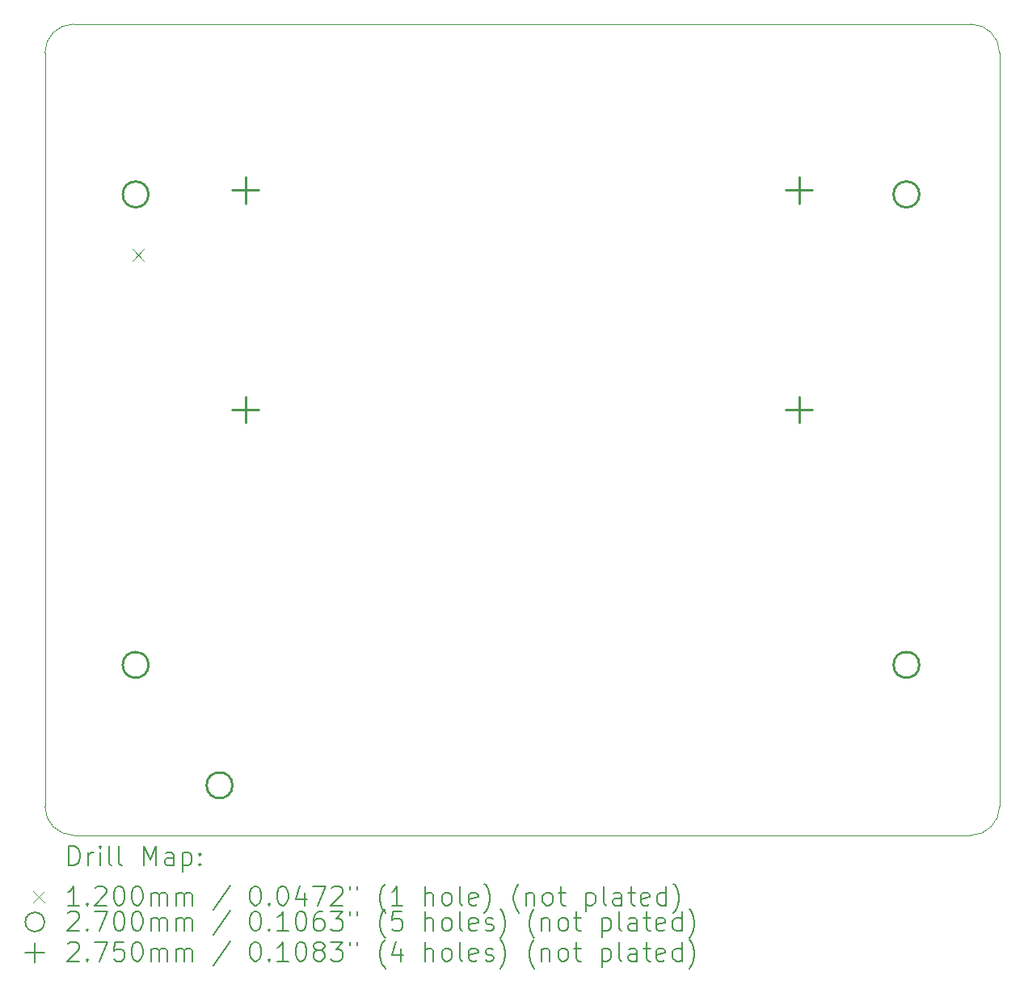
<source format=gbr>
%FSLAX45Y45*%
G04 Gerber Fmt 4.5, Leading zero omitted, Abs format (unit mm)*
G04 Created by KiCad (PCBNEW (6.0.4-0)) date 2022-04-04 15:41:06*
%MOMM*%
%LPD*%
G01*
G04 APERTURE LIST*
%TA.AperFunction,Profile*%
%ADD10C,0.100000*%
%TD*%
%ADD11C,0.200000*%
%ADD12C,0.120000*%
%ADD13C,0.270000*%
%ADD14C,0.275000*%
G04 APERTURE END LIST*
D10*
X10300000Y-4850000D02*
G75*
G03*
X10000000Y-5150000I0J-300000D01*
G01*
X20000000Y-5150000D02*
G75*
G03*
X19700000Y-4850000I-300000J0D01*
G01*
X10300000Y-4850000D02*
X19700000Y-4850000D01*
X10000000Y-13050000D02*
G75*
G03*
X10300000Y-13350000I300000J0D01*
G01*
X20000000Y-5150000D02*
X20000000Y-13050000D01*
X19700000Y-13350000D02*
G75*
G03*
X20000000Y-13050000I0J300000D01*
G01*
X19700000Y-13350000D02*
X10300000Y-13350000D01*
X10000000Y-13050000D02*
X10000000Y-5150000D01*
D11*
D12*
X10916000Y-7209500D02*
X11036000Y-7329500D01*
X11036000Y-7209500D02*
X10916000Y-7329500D01*
D13*
X11085000Y-6635000D02*
G75*
G03*
X11085000Y-6635000I-135000J0D01*
G01*
X11085000Y-11565000D02*
G75*
G03*
X11085000Y-11565000I-135000J0D01*
G01*
X11964000Y-12827000D02*
G75*
G03*
X11964000Y-12827000I-135000J0D01*
G01*
X19160000Y-6635000D02*
G75*
G03*
X19160000Y-6635000I-135000J0D01*
G01*
X19160000Y-11565000D02*
G75*
G03*
X19160000Y-11565000I-135000J0D01*
G01*
D14*
X12100000Y-6452500D02*
X12100000Y-6727500D01*
X11962500Y-6590000D02*
X12237500Y-6590000D01*
X12100000Y-8752500D02*
X12100000Y-9027500D01*
X11962500Y-8890000D02*
X12237500Y-8890000D01*
X17900000Y-6452500D02*
X17900000Y-6727500D01*
X17762500Y-6590000D02*
X18037500Y-6590000D01*
X17900000Y-8752500D02*
X17900000Y-9027500D01*
X17762500Y-8890000D02*
X18037500Y-8890000D01*
D11*
X10252619Y-13665476D02*
X10252619Y-13465476D01*
X10300238Y-13465476D01*
X10328810Y-13475000D01*
X10347857Y-13494048D01*
X10357381Y-13513095D01*
X10366905Y-13551190D01*
X10366905Y-13579762D01*
X10357381Y-13617857D01*
X10347857Y-13636905D01*
X10328810Y-13655952D01*
X10300238Y-13665476D01*
X10252619Y-13665476D01*
X10452619Y-13665476D02*
X10452619Y-13532143D01*
X10452619Y-13570238D02*
X10462143Y-13551190D01*
X10471667Y-13541667D01*
X10490714Y-13532143D01*
X10509762Y-13532143D01*
X10576429Y-13665476D02*
X10576429Y-13532143D01*
X10576429Y-13465476D02*
X10566905Y-13475000D01*
X10576429Y-13484524D01*
X10585952Y-13475000D01*
X10576429Y-13465476D01*
X10576429Y-13484524D01*
X10700238Y-13665476D02*
X10681190Y-13655952D01*
X10671667Y-13636905D01*
X10671667Y-13465476D01*
X10805000Y-13665476D02*
X10785952Y-13655952D01*
X10776429Y-13636905D01*
X10776429Y-13465476D01*
X11033571Y-13665476D02*
X11033571Y-13465476D01*
X11100238Y-13608333D01*
X11166905Y-13465476D01*
X11166905Y-13665476D01*
X11347857Y-13665476D02*
X11347857Y-13560714D01*
X11338333Y-13541667D01*
X11319286Y-13532143D01*
X11281190Y-13532143D01*
X11262143Y-13541667D01*
X11347857Y-13655952D02*
X11328809Y-13665476D01*
X11281190Y-13665476D01*
X11262143Y-13655952D01*
X11252619Y-13636905D01*
X11252619Y-13617857D01*
X11262143Y-13598809D01*
X11281190Y-13589286D01*
X11328809Y-13589286D01*
X11347857Y-13579762D01*
X11443095Y-13532143D02*
X11443095Y-13732143D01*
X11443095Y-13541667D02*
X11462143Y-13532143D01*
X11500238Y-13532143D01*
X11519286Y-13541667D01*
X11528809Y-13551190D01*
X11538333Y-13570238D01*
X11538333Y-13627381D01*
X11528809Y-13646428D01*
X11519286Y-13655952D01*
X11500238Y-13665476D01*
X11462143Y-13665476D01*
X11443095Y-13655952D01*
X11624048Y-13646428D02*
X11633571Y-13655952D01*
X11624048Y-13665476D01*
X11614524Y-13655952D01*
X11624048Y-13646428D01*
X11624048Y-13665476D01*
X11624048Y-13541667D02*
X11633571Y-13551190D01*
X11624048Y-13560714D01*
X11614524Y-13551190D01*
X11624048Y-13541667D01*
X11624048Y-13560714D01*
D12*
X9875000Y-13935000D02*
X9995000Y-14055000D01*
X9995000Y-13935000D02*
X9875000Y-14055000D01*
D11*
X10357381Y-14085476D02*
X10243095Y-14085476D01*
X10300238Y-14085476D02*
X10300238Y-13885476D01*
X10281190Y-13914048D01*
X10262143Y-13933095D01*
X10243095Y-13942619D01*
X10443095Y-14066428D02*
X10452619Y-14075952D01*
X10443095Y-14085476D01*
X10433571Y-14075952D01*
X10443095Y-14066428D01*
X10443095Y-14085476D01*
X10528810Y-13904524D02*
X10538333Y-13895000D01*
X10557381Y-13885476D01*
X10605000Y-13885476D01*
X10624048Y-13895000D01*
X10633571Y-13904524D01*
X10643095Y-13923571D01*
X10643095Y-13942619D01*
X10633571Y-13971190D01*
X10519286Y-14085476D01*
X10643095Y-14085476D01*
X10766905Y-13885476D02*
X10785952Y-13885476D01*
X10805000Y-13895000D01*
X10814524Y-13904524D01*
X10824048Y-13923571D01*
X10833571Y-13961667D01*
X10833571Y-14009286D01*
X10824048Y-14047381D01*
X10814524Y-14066428D01*
X10805000Y-14075952D01*
X10785952Y-14085476D01*
X10766905Y-14085476D01*
X10747857Y-14075952D01*
X10738333Y-14066428D01*
X10728810Y-14047381D01*
X10719286Y-14009286D01*
X10719286Y-13961667D01*
X10728810Y-13923571D01*
X10738333Y-13904524D01*
X10747857Y-13895000D01*
X10766905Y-13885476D01*
X10957381Y-13885476D02*
X10976429Y-13885476D01*
X10995476Y-13895000D01*
X11005000Y-13904524D01*
X11014524Y-13923571D01*
X11024048Y-13961667D01*
X11024048Y-14009286D01*
X11014524Y-14047381D01*
X11005000Y-14066428D01*
X10995476Y-14075952D01*
X10976429Y-14085476D01*
X10957381Y-14085476D01*
X10938333Y-14075952D01*
X10928810Y-14066428D01*
X10919286Y-14047381D01*
X10909762Y-14009286D01*
X10909762Y-13961667D01*
X10919286Y-13923571D01*
X10928810Y-13904524D01*
X10938333Y-13895000D01*
X10957381Y-13885476D01*
X11109762Y-14085476D02*
X11109762Y-13952143D01*
X11109762Y-13971190D02*
X11119286Y-13961667D01*
X11138333Y-13952143D01*
X11166905Y-13952143D01*
X11185952Y-13961667D01*
X11195476Y-13980714D01*
X11195476Y-14085476D01*
X11195476Y-13980714D02*
X11205000Y-13961667D01*
X11224048Y-13952143D01*
X11252619Y-13952143D01*
X11271667Y-13961667D01*
X11281190Y-13980714D01*
X11281190Y-14085476D01*
X11376428Y-14085476D02*
X11376428Y-13952143D01*
X11376428Y-13971190D02*
X11385952Y-13961667D01*
X11405000Y-13952143D01*
X11433571Y-13952143D01*
X11452619Y-13961667D01*
X11462143Y-13980714D01*
X11462143Y-14085476D01*
X11462143Y-13980714D02*
X11471667Y-13961667D01*
X11490714Y-13952143D01*
X11519286Y-13952143D01*
X11538333Y-13961667D01*
X11547857Y-13980714D01*
X11547857Y-14085476D01*
X11938333Y-13875952D02*
X11766905Y-14133095D01*
X12195476Y-13885476D02*
X12214524Y-13885476D01*
X12233571Y-13895000D01*
X12243095Y-13904524D01*
X12252619Y-13923571D01*
X12262143Y-13961667D01*
X12262143Y-14009286D01*
X12252619Y-14047381D01*
X12243095Y-14066428D01*
X12233571Y-14075952D01*
X12214524Y-14085476D01*
X12195476Y-14085476D01*
X12176428Y-14075952D01*
X12166905Y-14066428D01*
X12157381Y-14047381D01*
X12147857Y-14009286D01*
X12147857Y-13961667D01*
X12157381Y-13923571D01*
X12166905Y-13904524D01*
X12176428Y-13895000D01*
X12195476Y-13885476D01*
X12347857Y-14066428D02*
X12357381Y-14075952D01*
X12347857Y-14085476D01*
X12338333Y-14075952D01*
X12347857Y-14066428D01*
X12347857Y-14085476D01*
X12481190Y-13885476D02*
X12500238Y-13885476D01*
X12519286Y-13895000D01*
X12528809Y-13904524D01*
X12538333Y-13923571D01*
X12547857Y-13961667D01*
X12547857Y-14009286D01*
X12538333Y-14047381D01*
X12528809Y-14066428D01*
X12519286Y-14075952D01*
X12500238Y-14085476D01*
X12481190Y-14085476D01*
X12462143Y-14075952D01*
X12452619Y-14066428D01*
X12443095Y-14047381D01*
X12433571Y-14009286D01*
X12433571Y-13961667D01*
X12443095Y-13923571D01*
X12452619Y-13904524D01*
X12462143Y-13895000D01*
X12481190Y-13885476D01*
X12719286Y-13952143D02*
X12719286Y-14085476D01*
X12671667Y-13875952D02*
X12624048Y-14018809D01*
X12747857Y-14018809D01*
X12805000Y-13885476D02*
X12938333Y-13885476D01*
X12852619Y-14085476D01*
X13005000Y-13904524D02*
X13014524Y-13895000D01*
X13033571Y-13885476D01*
X13081190Y-13885476D01*
X13100238Y-13895000D01*
X13109762Y-13904524D01*
X13119286Y-13923571D01*
X13119286Y-13942619D01*
X13109762Y-13971190D01*
X12995476Y-14085476D01*
X13119286Y-14085476D01*
X13195476Y-13885476D02*
X13195476Y-13923571D01*
X13271667Y-13885476D02*
X13271667Y-13923571D01*
X13566905Y-14161667D02*
X13557381Y-14152143D01*
X13538333Y-14123571D01*
X13528809Y-14104524D01*
X13519286Y-14075952D01*
X13509762Y-14028333D01*
X13509762Y-13990238D01*
X13519286Y-13942619D01*
X13528809Y-13914048D01*
X13538333Y-13895000D01*
X13557381Y-13866428D01*
X13566905Y-13856905D01*
X13747857Y-14085476D02*
X13633571Y-14085476D01*
X13690714Y-14085476D02*
X13690714Y-13885476D01*
X13671667Y-13914048D01*
X13652619Y-13933095D01*
X13633571Y-13942619D01*
X13985952Y-14085476D02*
X13985952Y-13885476D01*
X14071667Y-14085476D02*
X14071667Y-13980714D01*
X14062143Y-13961667D01*
X14043095Y-13952143D01*
X14014524Y-13952143D01*
X13995476Y-13961667D01*
X13985952Y-13971190D01*
X14195476Y-14085476D02*
X14176428Y-14075952D01*
X14166905Y-14066428D01*
X14157381Y-14047381D01*
X14157381Y-13990238D01*
X14166905Y-13971190D01*
X14176428Y-13961667D01*
X14195476Y-13952143D01*
X14224048Y-13952143D01*
X14243095Y-13961667D01*
X14252619Y-13971190D01*
X14262143Y-13990238D01*
X14262143Y-14047381D01*
X14252619Y-14066428D01*
X14243095Y-14075952D01*
X14224048Y-14085476D01*
X14195476Y-14085476D01*
X14376428Y-14085476D02*
X14357381Y-14075952D01*
X14347857Y-14056905D01*
X14347857Y-13885476D01*
X14528809Y-14075952D02*
X14509762Y-14085476D01*
X14471667Y-14085476D01*
X14452619Y-14075952D01*
X14443095Y-14056905D01*
X14443095Y-13980714D01*
X14452619Y-13961667D01*
X14471667Y-13952143D01*
X14509762Y-13952143D01*
X14528809Y-13961667D01*
X14538333Y-13980714D01*
X14538333Y-13999762D01*
X14443095Y-14018809D01*
X14605000Y-14161667D02*
X14614524Y-14152143D01*
X14633571Y-14123571D01*
X14643095Y-14104524D01*
X14652619Y-14075952D01*
X14662143Y-14028333D01*
X14662143Y-13990238D01*
X14652619Y-13942619D01*
X14643095Y-13914048D01*
X14633571Y-13895000D01*
X14614524Y-13866428D01*
X14605000Y-13856905D01*
X14966905Y-14161667D02*
X14957381Y-14152143D01*
X14938333Y-14123571D01*
X14928809Y-14104524D01*
X14919286Y-14075952D01*
X14909762Y-14028333D01*
X14909762Y-13990238D01*
X14919286Y-13942619D01*
X14928809Y-13914048D01*
X14938333Y-13895000D01*
X14957381Y-13866428D01*
X14966905Y-13856905D01*
X15043095Y-13952143D02*
X15043095Y-14085476D01*
X15043095Y-13971190D02*
X15052619Y-13961667D01*
X15071667Y-13952143D01*
X15100238Y-13952143D01*
X15119286Y-13961667D01*
X15128809Y-13980714D01*
X15128809Y-14085476D01*
X15252619Y-14085476D02*
X15233571Y-14075952D01*
X15224048Y-14066428D01*
X15214524Y-14047381D01*
X15214524Y-13990238D01*
X15224048Y-13971190D01*
X15233571Y-13961667D01*
X15252619Y-13952143D01*
X15281190Y-13952143D01*
X15300238Y-13961667D01*
X15309762Y-13971190D01*
X15319286Y-13990238D01*
X15319286Y-14047381D01*
X15309762Y-14066428D01*
X15300238Y-14075952D01*
X15281190Y-14085476D01*
X15252619Y-14085476D01*
X15376428Y-13952143D02*
X15452619Y-13952143D01*
X15405000Y-13885476D02*
X15405000Y-14056905D01*
X15414524Y-14075952D01*
X15433571Y-14085476D01*
X15452619Y-14085476D01*
X15671667Y-13952143D02*
X15671667Y-14152143D01*
X15671667Y-13961667D02*
X15690714Y-13952143D01*
X15728809Y-13952143D01*
X15747857Y-13961667D01*
X15757381Y-13971190D01*
X15766905Y-13990238D01*
X15766905Y-14047381D01*
X15757381Y-14066428D01*
X15747857Y-14075952D01*
X15728809Y-14085476D01*
X15690714Y-14085476D01*
X15671667Y-14075952D01*
X15881190Y-14085476D02*
X15862143Y-14075952D01*
X15852619Y-14056905D01*
X15852619Y-13885476D01*
X16043095Y-14085476D02*
X16043095Y-13980714D01*
X16033571Y-13961667D01*
X16014524Y-13952143D01*
X15976428Y-13952143D01*
X15957381Y-13961667D01*
X16043095Y-14075952D02*
X16024048Y-14085476D01*
X15976428Y-14085476D01*
X15957381Y-14075952D01*
X15947857Y-14056905D01*
X15947857Y-14037857D01*
X15957381Y-14018809D01*
X15976428Y-14009286D01*
X16024048Y-14009286D01*
X16043095Y-13999762D01*
X16109762Y-13952143D02*
X16185952Y-13952143D01*
X16138333Y-13885476D02*
X16138333Y-14056905D01*
X16147857Y-14075952D01*
X16166905Y-14085476D01*
X16185952Y-14085476D01*
X16328809Y-14075952D02*
X16309762Y-14085476D01*
X16271667Y-14085476D01*
X16252619Y-14075952D01*
X16243095Y-14056905D01*
X16243095Y-13980714D01*
X16252619Y-13961667D01*
X16271667Y-13952143D01*
X16309762Y-13952143D01*
X16328809Y-13961667D01*
X16338333Y-13980714D01*
X16338333Y-13999762D01*
X16243095Y-14018809D01*
X16509762Y-14085476D02*
X16509762Y-13885476D01*
X16509762Y-14075952D02*
X16490714Y-14085476D01*
X16452619Y-14085476D01*
X16433571Y-14075952D01*
X16424048Y-14066428D01*
X16414524Y-14047381D01*
X16414524Y-13990238D01*
X16424048Y-13971190D01*
X16433571Y-13961667D01*
X16452619Y-13952143D01*
X16490714Y-13952143D01*
X16509762Y-13961667D01*
X16585952Y-14161667D02*
X16595476Y-14152143D01*
X16614524Y-14123571D01*
X16624048Y-14104524D01*
X16633571Y-14075952D01*
X16643095Y-14028333D01*
X16643095Y-13990238D01*
X16633571Y-13942619D01*
X16624048Y-13914048D01*
X16614524Y-13895000D01*
X16595476Y-13866428D01*
X16585952Y-13856905D01*
X9995000Y-14259000D02*
G75*
G03*
X9995000Y-14259000I-100000J0D01*
G01*
X10243095Y-14168524D02*
X10252619Y-14159000D01*
X10271667Y-14149476D01*
X10319286Y-14149476D01*
X10338333Y-14159000D01*
X10347857Y-14168524D01*
X10357381Y-14187571D01*
X10357381Y-14206619D01*
X10347857Y-14235190D01*
X10233571Y-14349476D01*
X10357381Y-14349476D01*
X10443095Y-14330428D02*
X10452619Y-14339952D01*
X10443095Y-14349476D01*
X10433571Y-14339952D01*
X10443095Y-14330428D01*
X10443095Y-14349476D01*
X10519286Y-14149476D02*
X10652619Y-14149476D01*
X10566905Y-14349476D01*
X10766905Y-14149476D02*
X10785952Y-14149476D01*
X10805000Y-14159000D01*
X10814524Y-14168524D01*
X10824048Y-14187571D01*
X10833571Y-14225667D01*
X10833571Y-14273286D01*
X10824048Y-14311381D01*
X10814524Y-14330428D01*
X10805000Y-14339952D01*
X10785952Y-14349476D01*
X10766905Y-14349476D01*
X10747857Y-14339952D01*
X10738333Y-14330428D01*
X10728810Y-14311381D01*
X10719286Y-14273286D01*
X10719286Y-14225667D01*
X10728810Y-14187571D01*
X10738333Y-14168524D01*
X10747857Y-14159000D01*
X10766905Y-14149476D01*
X10957381Y-14149476D02*
X10976429Y-14149476D01*
X10995476Y-14159000D01*
X11005000Y-14168524D01*
X11014524Y-14187571D01*
X11024048Y-14225667D01*
X11024048Y-14273286D01*
X11014524Y-14311381D01*
X11005000Y-14330428D01*
X10995476Y-14339952D01*
X10976429Y-14349476D01*
X10957381Y-14349476D01*
X10938333Y-14339952D01*
X10928810Y-14330428D01*
X10919286Y-14311381D01*
X10909762Y-14273286D01*
X10909762Y-14225667D01*
X10919286Y-14187571D01*
X10928810Y-14168524D01*
X10938333Y-14159000D01*
X10957381Y-14149476D01*
X11109762Y-14349476D02*
X11109762Y-14216143D01*
X11109762Y-14235190D02*
X11119286Y-14225667D01*
X11138333Y-14216143D01*
X11166905Y-14216143D01*
X11185952Y-14225667D01*
X11195476Y-14244714D01*
X11195476Y-14349476D01*
X11195476Y-14244714D02*
X11205000Y-14225667D01*
X11224048Y-14216143D01*
X11252619Y-14216143D01*
X11271667Y-14225667D01*
X11281190Y-14244714D01*
X11281190Y-14349476D01*
X11376428Y-14349476D02*
X11376428Y-14216143D01*
X11376428Y-14235190D02*
X11385952Y-14225667D01*
X11405000Y-14216143D01*
X11433571Y-14216143D01*
X11452619Y-14225667D01*
X11462143Y-14244714D01*
X11462143Y-14349476D01*
X11462143Y-14244714D02*
X11471667Y-14225667D01*
X11490714Y-14216143D01*
X11519286Y-14216143D01*
X11538333Y-14225667D01*
X11547857Y-14244714D01*
X11547857Y-14349476D01*
X11938333Y-14139952D02*
X11766905Y-14397095D01*
X12195476Y-14149476D02*
X12214524Y-14149476D01*
X12233571Y-14159000D01*
X12243095Y-14168524D01*
X12252619Y-14187571D01*
X12262143Y-14225667D01*
X12262143Y-14273286D01*
X12252619Y-14311381D01*
X12243095Y-14330428D01*
X12233571Y-14339952D01*
X12214524Y-14349476D01*
X12195476Y-14349476D01*
X12176428Y-14339952D01*
X12166905Y-14330428D01*
X12157381Y-14311381D01*
X12147857Y-14273286D01*
X12147857Y-14225667D01*
X12157381Y-14187571D01*
X12166905Y-14168524D01*
X12176428Y-14159000D01*
X12195476Y-14149476D01*
X12347857Y-14330428D02*
X12357381Y-14339952D01*
X12347857Y-14349476D01*
X12338333Y-14339952D01*
X12347857Y-14330428D01*
X12347857Y-14349476D01*
X12547857Y-14349476D02*
X12433571Y-14349476D01*
X12490714Y-14349476D02*
X12490714Y-14149476D01*
X12471667Y-14178048D01*
X12452619Y-14197095D01*
X12433571Y-14206619D01*
X12671667Y-14149476D02*
X12690714Y-14149476D01*
X12709762Y-14159000D01*
X12719286Y-14168524D01*
X12728809Y-14187571D01*
X12738333Y-14225667D01*
X12738333Y-14273286D01*
X12728809Y-14311381D01*
X12719286Y-14330428D01*
X12709762Y-14339952D01*
X12690714Y-14349476D01*
X12671667Y-14349476D01*
X12652619Y-14339952D01*
X12643095Y-14330428D01*
X12633571Y-14311381D01*
X12624048Y-14273286D01*
X12624048Y-14225667D01*
X12633571Y-14187571D01*
X12643095Y-14168524D01*
X12652619Y-14159000D01*
X12671667Y-14149476D01*
X12909762Y-14149476D02*
X12871667Y-14149476D01*
X12852619Y-14159000D01*
X12843095Y-14168524D01*
X12824048Y-14197095D01*
X12814524Y-14235190D01*
X12814524Y-14311381D01*
X12824048Y-14330428D01*
X12833571Y-14339952D01*
X12852619Y-14349476D01*
X12890714Y-14349476D01*
X12909762Y-14339952D01*
X12919286Y-14330428D01*
X12928809Y-14311381D01*
X12928809Y-14263762D01*
X12919286Y-14244714D01*
X12909762Y-14235190D01*
X12890714Y-14225667D01*
X12852619Y-14225667D01*
X12833571Y-14235190D01*
X12824048Y-14244714D01*
X12814524Y-14263762D01*
X12995476Y-14149476D02*
X13119286Y-14149476D01*
X13052619Y-14225667D01*
X13081190Y-14225667D01*
X13100238Y-14235190D01*
X13109762Y-14244714D01*
X13119286Y-14263762D01*
X13119286Y-14311381D01*
X13109762Y-14330428D01*
X13100238Y-14339952D01*
X13081190Y-14349476D01*
X13024048Y-14349476D01*
X13005000Y-14339952D01*
X12995476Y-14330428D01*
X13195476Y-14149476D02*
X13195476Y-14187571D01*
X13271667Y-14149476D02*
X13271667Y-14187571D01*
X13566905Y-14425667D02*
X13557381Y-14416143D01*
X13538333Y-14387571D01*
X13528809Y-14368524D01*
X13519286Y-14339952D01*
X13509762Y-14292333D01*
X13509762Y-14254238D01*
X13519286Y-14206619D01*
X13528809Y-14178048D01*
X13538333Y-14159000D01*
X13557381Y-14130428D01*
X13566905Y-14120905D01*
X13738333Y-14149476D02*
X13643095Y-14149476D01*
X13633571Y-14244714D01*
X13643095Y-14235190D01*
X13662143Y-14225667D01*
X13709762Y-14225667D01*
X13728809Y-14235190D01*
X13738333Y-14244714D01*
X13747857Y-14263762D01*
X13747857Y-14311381D01*
X13738333Y-14330428D01*
X13728809Y-14339952D01*
X13709762Y-14349476D01*
X13662143Y-14349476D01*
X13643095Y-14339952D01*
X13633571Y-14330428D01*
X13985952Y-14349476D02*
X13985952Y-14149476D01*
X14071667Y-14349476D02*
X14071667Y-14244714D01*
X14062143Y-14225667D01*
X14043095Y-14216143D01*
X14014524Y-14216143D01*
X13995476Y-14225667D01*
X13985952Y-14235190D01*
X14195476Y-14349476D02*
X14176428Y-14339952D01*
X14166905Y-14330428D01*
X14157381Y-14311381D01*
X14157381Y-14254238D01*
X14166905Y-14235190D01*
X14176428Y-14225667D01*
X14195476Y-14216143D01*
X14224048Y-14216143D01*
X14243095Y-14225667D01*
X14252619Y-14235190D01*
X14262143Y-14254238D01*
X14262143Y-14311381D01*
X14252619Y-14330428D01*
X14243095Y-14339952D01*
X14224048Y-14349476D01*
X14195476Y-14349476D01*
X14376428Y-14349476D02*
X14357381Y-14339952D01*
X14347857Y-14320905D01*
X14347857Y-14149476D01*
X14528809Y-14339952D02*
X14509762Y-14349476D01*
X14471667Y-14349476D01*
X14452619Y-14339952D01*
X14443095Y-14320905D01*
X14443095Y-14244714D01*
X14452619Y-14225667D01*
X14471667Y-14216143D01*
X14509762Y-14216143D01*
X14528809Y-14225667D01*
X14538333Y-14244714D01*
X14538333Y-14263762D01*
X14443095Y-14282809D01*
X14614524Y-14339952D02*
X14633571Y-14349476D01*
X14671667Y-14349476D01*
X14690714Y-14339952D01*
X14700238Y-14320905D01*
X14700238Y-14311381D01*
X14690714Y-14292333D01*
X14671667Y-14282809D01*
X14643095Y-14282809D01*
X14624048Y-14273286D01*
X14614524Y-14254238D01*
X14614524Y-14244714D01*
X14624048Y-14225667D01*
X14643095Y-14216143D01*
X14671667Y-14216143D01*
X14690714Y-14225667D01*
X14766905Y-14425667D02*
X14776428Y-14416143D01*
X14795476Y-14387571D01*
X14805000Y-14368524D01*
X14814524Y-14339952D01*
X14824048Y-14292333D01*
X14824048Y-14254238D01*
X14814524Y-14206619D01*
X14805000Y-14178048D01*
X14795476Y-14159000D01*
X14776428Y-14130428D01*
X14766905Y-14120905D01*
X15128809Y-14425667D02*
X15119286Y-14416143D01*
X15100238Y-14387571D01*
X15090714Y-14368524D01*
X15081190Y-14339952D01*
X15071667Y-14292333D01*
X15071667Y-14254238D01*
X15081190Y-14206619D01*
X15090714Y-14178048D01*
X15100238Y-14159000D01*
X15119286Y-14130428D01*
X15128809Y-14120905D01*
X15205000Y-14216143D02*
X15205000Y-14349476D01*
X15205000Y-14235190D02*
X15214524Y-14225667D01*
X15233571Y-14216143D01*
X15262143Y-14216143D01*
X15281190Y-14225667D01*
X15290714Y-14244714D01*
X15290714Y-14349476D01*
X15414524Y-14349476D02*
X15395476Y-14339952D01*
X15385952Y-14330428D01*
X15376428Y-14311381D01*
X15376428Y-14254238D01*
X15385952Y-14235190D01*
X15395476Y-14225667D01*
X15414524Y-14216143D01*
X15443095Y-14216143D01*
X15462143Y-14225667D01*
X15471667Y-14235190D01*
X15481190Y-14254238D01*
X15481190Y-14311381D01*
X15471667Y-14330428D01*
X15462143Y-14339952D01*
X15443095Y-14349476D01*
X15414524Y-14349476D01*
X15538333Y-14216143D02*
X15614524Y-14216143D01*
X15566905Y-14149476D02*
X15566905Y-14320905D01*
X15576428Y-14339952D01*
X15595476Y-14349476D01*
X15614524Y-14349476D01*
X15833571Y-14216143D02*
X15833571Y-14416143D01*
X15833571Y-14225667D02*
X15852619Y-14216143D01*
X15890714Y-14216143D01*
X15909762Y-14225667D01*
X15919286Y-14235190D01*
X15928809Y-14254238D01*
X15928809Y-14311381D01*
X15919286Y-14330428D01*
X15909762Y-14339952D01*
X15890714Y-14349476D01*
X15852619Y-14349476D01*
X15833571Y-14339952D01*
X16043095Y-14349476D02*
X16024048Y-14339952D01*
X16014524Y-14320905D01*
X16014524Y-14149476D01*
X16205000Y-14349476D02*
X16205000Y-14244714D01*
X16195476Y-14225667D01*
X16176428Y-14216143D01*
X16138333Y-14216143D01*
X16119286Y-14225667D01*
X16205000Y-14339952D02*
X16185952Y-14349476D01*
X16138333Y-14349476D01*
X16119286Y-14339952D01*
X16109762Y-14320905D01*
X16109762Y-14301857D01*
X16119286Y-14282809D01*
X16138333Y-14273286D01*
X16185952Y-14273286D01*
X16205000Y-14263762D01*
X16271667Y-14216143D02*
X16347857Y-14216143D01*
X16300238Y-14149476D02*
X16300238Y-14320905D01*
X16309762Y-14339952D01*
X16328809Y-14349476D01*
X16347857Y-14349476D01*
X16490714Y-14339952D02*
X16471667Y-14349476D01*
X16433571Y-14349476D01*
X16414524Y-14339952D01*
X16405000Y-14320905D01*
X16405000Y-14244714D01*
X16414524Y-14225667D01*
X16433571Y-14216143D01*
X16471667Y-14216143D01*
X16490714Y-14225667D01*
X16500238Y-14244714D01*
X16500238Y-14263762D01*
X16405000Y-14282809D01*
X16671667Y-14349476D02*
X16671667Y-14149476D01*
X16671667Y-14339952D02*
X16652619Y-14349476D01*
X16614524Y-14349476D01*
X16595476Y-14339952D01*
X16585952Y-14330428D01*
X16576428Y-14311381D01*
X16576428Y-14254238D01*
X16585952Y-14235190D01*
X16595476Y-14225667D01*
X16614524Y-14216143D01*
X16652619Y-14216143D01*
X16671667Y-14225667D01*
X16747857Y-14425667D02*
X16757381Y-14416143D01*
X16776428Y-14387571D01*
X16785952Y-14368524D01*
X16795476Y-14339952D01*
X16805000Y-14292333D01*
X16805000Y-14254238D01*
X16795476Y-14206619D01*
X16785952Y-14178048D01*
X16776428Y-14159000D01*
X16757381Y-14130428D01*
X16747857Y-14120905D01*
X9895000Y-14479000D02*
X9895000Y-14679000D01*
X9795000Y-14579000D02*
X9995000Y-14579000D01*
X10243095Y-14488524D02*
X10252619Y-14479000D01*
X10271667Y-14469476D01*
X10319286Y-14469476D01*
X10338333Y-14479000D01*
X10347857Y-14488524D01*
X10357381Y-14507571D01*
X10357381Y-14526619D01*
X10347857Y-14555190D01*
X10233571Y-14669476D01*
X10357381Y-14669476D01*
X10443095Y-14650428D02*
X10452619Y-14659952D01*
X10443095Y-14669476D01*
X10433571Y-14659952D01*
X10443095Y-14650428D01*
X10443095Y-14669476D01*
X10519286Y-14469476D02*
X10652619Y-14469476D01*
X10566905Y-14669476D01*
X10824048Y-14469476D02*
X10728810Y-14469476D01*
X10719286Y-14564714D01*
X10728810Y-14555190D01*
X10747857Y-14545667D01*
X10795476Y-14545667D01*
X10814524Y-14555190D01*
X10824048Y-14564714D01*
X10833571Y-14583762D01*
X10833571Y-14631381D01*
X10824048Y-14650428D01*
X10814524Y-14659952D01*
X10795476Y-14669476D01*
X10747857Y-14669476D01*
X10728810Y-14659952D01*
X10719286Y-14650428D01*
X10957381Y-14469476D02*
X10976429Y-14469476D01*
X10995476Y-14479000D01*
X11005000Y-14488524D01*
X11014524Y-14507571D01*
X11024048Y-14545667D01*
X11024048Y-14593286D01*
X11014524Y-14631381D01*
X11005000Y-14650428D01*
X10995476Y-14659952D01*
X10976429Y-14669476D01*
X10957381Y-14669476D01*
X10938333Y-14659952D01*
X10928810Y-14650428D01*
X10919286Y-14631381D01*
X10909762Y-14593286D01*
X10909762Y-14545667D01*
X10919286Y-14507571D01*
X10928810Y-14488524D01*
X10938333Y-14479000D01*
X10957381Y-14469476D01*
X11109762Y-14669476D02*
X11109762Y-14536143D01*
X11109762Y-14555190D02*
X11119286Y-14545667D01*
X11138333Y-14536143D01*
X11166905Y-14536143D01*
X11185952Y-14545667D01*
X11195476Y-14564714D01*
X11195476Y-14669476D01*
X11195476Y-14564714D02*
X11205000Y-14545667D01*
X11224048Y-14536143D01*
X11252619Y-14536143D01*
X11271667Y-14545667D01*
X11281190Y-14564714D01*
X11281190Y-14669476D01*
X11376428Y-14669476D02*
X11376428Y-14536143D01*
X11376428Y-14555190D02*
X11385952Y-14545667D01*
X11405000Y-14536143D01*
X11433571Y-14536143D01*
X11452619Y-14545667D01*
X11462143Y-14564714D01*
X11462143Y-14669476D01*
X11462143Y-14564714D02*
X11471667Y-14545667D01*
X11490714Y-14536143D01*
X11519286Y-14536143D01*
X11538333Y-14545667D01*
X11547857Y-14564714D01*
X11547857Y-14669476D01*
X11938333Y-14459952D02*
X11766905Y-14717095D01*
X12195476Y-14469476D02*
X12214524Y-14469476D01*
X12233571Y-14479000D01*
X12243095Y-14488524D01*
X12252619Y-14507571D01*
X12262143Y-14545667D01*
X12262143Y-14593286D01*
X12252619Y-14631381D01*
X12243095Y-14650428D01*
X12233571Y-14659952D01*
X12214524Y-14669476D01*
X12195476Y-14669476D01*
X12176428Y-14659952D01*
X12166905Y-14650428D01*
X12157381Y-14631381D01*
X12147857Y-14593286D01*
X12147857Y-14545667D01*
X12157381Y-14507571D01*
X12166905Y-14488524D01*
X12176428Y-14479000D01*
X12195476Y-14469476D01*
X12347857Y-14650428D02*
X12357381Y-14659952D01*
X12347857Y-14669476D01*
X12338333Y-14659952D01*
X12347857Y-14650428D01*
X12347857Y-14669476D01*
X12547857Y-14669476D02*
X12433571Y-14669476D01*
X12490714Y-14669476D02*
X12490714Y-14469476D01*
X12471667Y-14498048D01*
X12452619Y-14517095D01*
X12433571Y-14526619D01*
X12671667Y-14469476D02*
X12690714Y-14469476D01*
X12709762Y-14479000D01*
X12719286Y-14488524D01*
X12728809Y-14507571D01*
X12738333Y-14545667D01*
X12738333Y-14593286D01*
X12728809Y-14631381D01*
X12719286Y-14650428D01*
X12709762Y-14659952D01*
X12690714Y-14669476D01*
X12671667Y-14669476D01*
X12652619Y-14659952D01*
X12643095Y-14650428D01*
X12633571Y-14631381D01*
X12624048Y-14593286D01*
X12624048Y-14545667D01*
X12633571Y-14507571D01*
X12643095Y-14488524D01*
X12652619Y-14479000D01*
X12671667Y-14469476D01*
X12852619Y-14555190D02*
X12833571Y-14545667D01*
X12824048Y-14536143D01*
X12814524Y-14517095D01*
X12814524Y-14507571D01*
X12824048Y-14488524D01*
X12833571Y-14479000D01*
X12852619Y-14469476D01*
X12890714Y-14469476D01*
X12909762Y-14479000D01*
X12919286Y-14488524D01*
X12928809Y-14507571D01*
X12928809Y-14517095D01*
X12919286Y-14536143D01*
X12909762Y-14545667D01*
X12890714Y-14555190D01*
X12852619Y-14555190D01*
X12833571Y-14564714D01*
X12824048Y-14574238D01*
X12814524Y-14593286D01*
X12814524Y-14631381D01*
X12824048Y-14650428D01*
X12833571Y-14659952D01*
X12852619Y-14669476D01*
X12890714Y-14669476D01*
X12909762Y-14659952D01*
X12919286Y-14650428D01*
X12928809Y-14631381D01*
X12928809Y-14593286D01*
X12919286Y-14574238D01*
X12909762Y-14564714D01*
X12890714Y-14555190D01*
X12995476Y-14469476D02*
X13119286Y-14469476D01*
X13052619Y-14545667D01*
X13081190Y-14545667D01*
X13100238Y-14555190D01*
X13109762Y-14564714D01*
X13119286Y-14583762D01*
X13119286Y-14631381D01*
X13109762Y-14650428D01*
X13100238Y-14659952D01*
X13081190Y-14669476D01*
X13024048Y-14669476D01*
X13005000Y-14659952D01*
X12995476Y-14650428D01*
X13195476Y-14469476D02*
X13195476Y-14507571D01*
X13271667Y-14469476D02*
X13271667Y-14507571D01*
X13566905Y-14745667D02*
X13557381Y-14736143D01*
X13538333Y-14707571D01*
X13528809Y-14688524D01*
X13519286Y-14659952D01*
X13509762Y-14612333D01*
X13509762Y-14574238D01*
X13519286Y-14526619D01*
X13528809Y-14498048D01*
X13538333Y-14479000D01*
X13557381Y-14450428D01*
X13566905Y-14440905D01*
X13728809Y-14536143D02*
X13728809Y-14669476D01*
X13681190Y-14459952D02*
X13633571Y-14602809D01*
X13757381Y-14602809D01*
X13985952Y-14669476D02*
X13985952Y-14469476D01*
X14071667Y-14669476D02*
X14071667Y-14564714D01*
X14062143Y-14545667D01*
X14043095Y-14536143D01*
X14014524Y-14536143D01*
X13995476Y-14545667D01*
X13985952Y-14555190D01*
X14195476Y-14669476D02*
X14176428Y-14659952D01*
X14166905Y-14650428D01*
X14157381Y-14631381D01*
X14157381Y-14574238D01*
X14166905Y-14555190D01*
X14176428Y-14545667D01*
X14195476Y-14536143D01*
X14224048Y-14536143D01*
X14243095Y-14545667D01*
X14252619Y-14555190D01*
X14262143Y-14574238D01*
X14262143Y-14631381D01*
X14252619Y-14650428D01*
X14243095Y-14659952D01*
X14224048Y-14669476D01*
X14195476Y-14669476D01*
X14376428Y-14669476D02*
X14357381Y-14659952D01*
X14347857Y-14640905D01*
X14347857Y-14469476D01*
X14528809Y-14659952D02*
X14509762Y-14669476D01*
X14471667Y-14669476D01*
X14452619Y-14659952D01*
X14443095Y-14640905D01*
X14443095Y-14564714D01*
X14452619Y-14545667D01*
X14471667Y-14536143D01*
X14509762Y-14536143D01*
X14528809Y-14545667D01*
X14538333Y-14564714D01*
X14538333Y-14583762D01*
X14443095Y-14602809D01*
X14614524Y-14659952D02*
X14633571Y-14669476D01*
X14671667Y-14669476D01*
X14690714Y-14659952D01*
X14700238Y-14640905D01*
X14700238Y-14631381D01*
X14690714Y-14612333D01*
X14671667Y-14602809D01*
X14643095Y-14602809D01*
X14624048Y-14593286D01*
X14614524Y-14574238D01*
X14614524Y-14564714D01*
X14624048Y-14545667D01*
X14643095Y-14536143D01*
X14671667Y-14536143D01*
X14690714Y-14545667D01*
X14766905Y-14745667D02*
X14776428Y-14736143D01*
X14795476Y-14707571D01*
X14805000Y-14688524D01*
X14814524Y-14659952D01*
X14824048Y-14612333D01*
X14824048Y-14574238D01*
X14814524Y-14526619D01*
X14805000Y-14498048D01*
X14795476Y-14479000D01*
X14776428Y-14450428D01*
X14766905Y-14440905D01*
X15128809Y-14745667D02*
X15119286Y-14736143D01*
X15100238Y-14707571D01*
X15090714Y-14688524D01*
X15081190Y-14659952D01*
X15071667Y-14612333D01*
X15071667Y-14574238D01*
X15081190Y-14526619D01*
X15090714Y-14498048D01*
X15100238Y-14479000D01*
X15119286Y-14450428D01*
X15128809Y-14440905D01*
X15205000Y-14536143D02*
X15205000Y-14669476D01*
X15205000Y-14555190D02*
X15214524Y-14545667D01*
X15233571Y-14536143D01*
X15262143Y-14536143D01*
X15281190Y-14545667D01*
X15290714Y-14564714D01*
X15290714Y-14669476D01*
X15414524Y-14669476D02*
X15395476Y-14659952D01*
X15385952Y-14650428D01*
X15376428Y-14631381D01*
X15376428Y-14574238D01*
X15385952Y-14555190D01*
X15395476Y-14545667D01*
X15414524Y-14536143D01*
X15443095Y-14536143D01*
X15462143Y-14545667D01*
X15471667Y-14555190D01*
X15481190Y-14574238D01*
X15481190Y-14631381D01*
X15471667Y-14650428D01*
X15462143Y-14659952D01*
X15443095Y-14669476D01*
X15414524Y-14669476D01*
X15538333Y-14536143D02*
X15614524Y-14536143D01*
X15566905Y-14469476D02*
X15566905Y-14640905D01*
X15576428Y-14659952D01*
X15595476Y-14669476D01*
X15614524Y-14669476D01*
X15833571Y-14536143D02*
X15833571Y-14736143D01*
X15833571Y-14545667D02*
X15852619Y-14536143D01*
X15890714Y-14536143D01*
X15909762Y-14545667D01*
X15919286Y-14555190D01*
X15928809Y-14574238D01*
X15928809Y-14631381D01*
X15919286Y-14650428D01*
X15909762Y-14659952D01*
X15890714Y-14669476D01*
X15852619Y-14669476D01*
X15833571Y-14659952D01*
X16043095Y-14669476D02*
X16024048Y-14659952D01*
X16014524Y-14640905D01*
X16014524Y-14469476D01*
X16205000Y-14669476D02*
X16205000Y-14564714D01*
X16195476Y-14545667D01*
X16176428Y-14536143D01*
X16138333Y-14536143D01*
X16119286Y-14545667D01*
X16205000Y-14659952D02*
X16185952Y-14669476D01*
X16138333Y-14669476D01*
X16119286Y-14659952D01*
X16109762Y-14640905D01*
X16109762Y-14621857D01*
X16119286Y-14602809D01*
X16138333Y-14593286D01*
X16185952Y-14593286D01*
X16205000Y-14583762D01*
X16271667Y-14536143D02*
X16347857Y-14536143D01*
X16300238Y-14469476D02*
X16300238Y-14640905D01*
X16309762Y-14659952D01*
X16328809Y-14669476D01*
X16347857Y-14669476D01*
X16490714Y-14659952D02*
X16471667Y-14669476D01*
X16433571Y-14669476D01*
X16414524Y-14659952D01*
X16405000Y-14640905D01*
X16405000Y-14564714D01*
X16414524Y-14545667D01*
X16433571Y-14536143D01*
X16471667Y-14536143D01*
X16490714Y-14545667D01*
X16500238Y-14564714D01*
X16500238Y-14583762D01*
X16405000Y-14602809D01*
X16671667Y-14669476D02*
X16671667Y-14469476D01*
X16671667Y-14659952D02*
X16652619Y-14669476D01*
X16614524Y-14669476D01*
X16595476Y-14659952D01*
X16585952Y-14650428D01*
X16576428Y-14631381D01*
X16576428Y-14574238D01*
X16585952Y-14555190D01*
X16595476Y-14545667D01*
X16614524Y-14536143D01*
X16652619Y-14536143D01*
X16671667Y-14545667D01*
X16747857Y-14745667D02*
X16757381Y-14736143D01*
X16776428Y-14707571D01*
X16785952Y-14688524D01*
X16795476Y-14659952D01*
X16805000Y-14612333D01*
X16805000Y-14574238D01*
X16795476Y-14526619D01*
X16785952Y-14498048D01*
X16776428Y-14479000D01*
X16757381Y-14450428D01*
X16747857Y-14440905D01*
M02*

</source>
